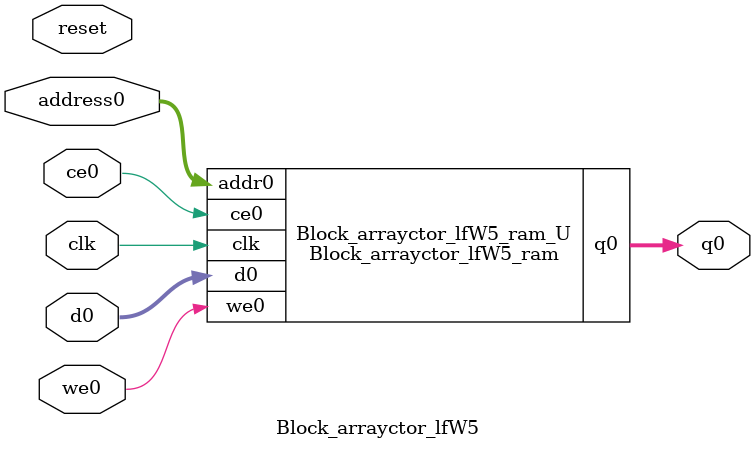
<source format=v>
`timescale 1 ns / 1 ps
module Block_arrayctor_lfW5_ram (addr0, ce0, d0, we0, q0,  clk);

parameter DWIDTH = 5;
parameter AWIDTH = 4;
parameter MEM_SIZE = 16;

input[AWIDTH-1:0] addr0;
input ce0;
input[DWIDTH-1:0] d0;
input we0;
output reg[DWIDTH-1:0] q0;
input clk;

(* ram_style = "distributed" *)reg [DWIDTH-1:0] ram[0:MEM_SIZE-1];




always @(posedge clk)  
begin 
    if (ce0) begin
        if (we0) 
            ram[addr0] <= d0; 
        q0 <= ram[addr0];
    end
end


endmodule

`timescale 1 ns / 1 ps
module Block_arrayctor_lfW5(
    reset,
    clk,
    address0,
    ce0,
    we0,
    d0,
    q0);

parameter DataWidth = 32'd5;
parameter AddressRange = 32'd16;
parameter AddressWidth = 32'd4;
input reset;
input clk;
input[AddressWidth - 1:0] address0;
input ce0;
input we0;
input[DataWidth - 1:0] d0;
output[DataWidth - 1:0] q0;



Block_arrayctor_lfW5_ram Block_arrayctor_lfW5_ram_U(
    .clk( clk ),
    .addr0( address0 ),
    .ce0( ce0 ),
    .we0( we0 ),
    .d0( d0 ),
    .q0( q0 ));

endmodule


</source>
